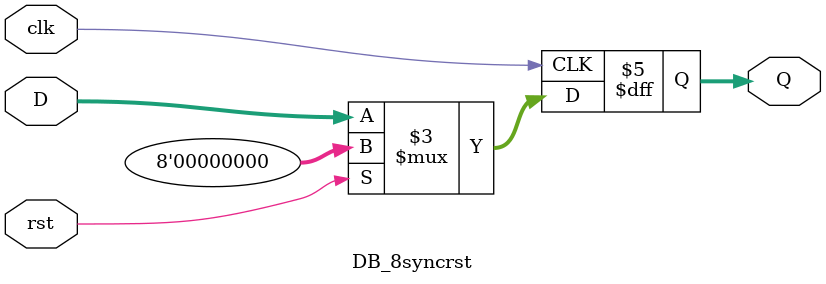
<source format=v>
`timescale 1ns / 1ps

module DB_8syncrst(rst, clk, D, Q);
input rst;
input clk;
input [7:0] D;
output [7:0] Q;
reg [7:0] Q;
always @(posedge clk)
if (rst)
Q = 0;
else
Q = D;
endmodule



</source>
